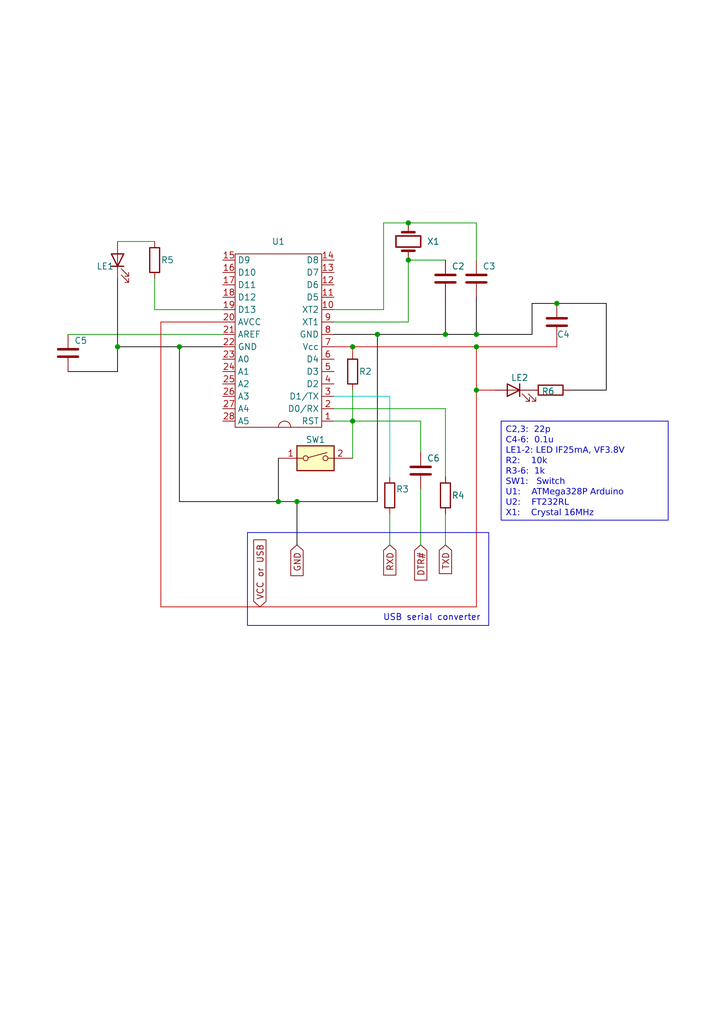
<source format=kicad_sch>
(kicad_sch (version 20231120) (generator "eeschema") (generator_version "8.0")
  (paper "A5" portrait)
  (lib_symbols
    (symbol "Device:C" (pin_numbers hide) (pin_names (offset 0.254))
      (property "Reference" "C" (at 0.635 2.54 0))
      (property "Value" "C" (at 0.635 -2.54 0))
      (symbol "C_0_1"
        (polyline (pts (xy -2.032 -0.762) (xy 2.032 -0.762)) (stroke (width 0.508)))
        (polyline (pts (xy -2.032 0.762) (xy 2.032 0.762)) (stroke (width 0.508)))
      )
      (symbol "C_1_1"
        (pin passive line (at 0 3.81 270) (length 2.794) (name "~") (number "1"))
        (pin passive line (at 0 -3.81 90) (length 2.794) (name "~") (number "2"))
      )
    )
    (symbol "Device:Crystal" (pin_numbers hide) (pin_names (offset 1.016) hide)
      (property "Reference" "Y" (at 0 3.81 0))
      (property "Value" "Crystal" (at 0 -3.81 0))
      (symbol "Crystal_0_1"
        (rectangle (start -1.143 2.54) (end 1.143 -2.54) (stroke (width 0.3048)))
        (polyline (pts (xy -2.54 0) (xy -1.905 0)))
        (polyline (pts (xy -1.905 -1.27) (xy -1.905 1.27)) (stroke (width 0.508)))
        (polyline (pts (xy 1.905 -1.27) (xy 1.905 1.27)) (stroke (width 0.508)))
        (polyline (pts (xy 2.54 0) (xy 1.905 0)))
      )
      (symbol "Crystal_1_1"
        (pin passive line (at -3.81 0 0) (length 1.27) (name "1") (number "1"))
        (pin passive line (at 3.81 0 180) (length 1.27) (name "2") (number "2"))
      )
    )
    (symbol "Device:LED" (pin_numbers hide) (pin_names (offset 1.016) hide)
      (property "Reference" "D" (at 0 2.54 0))
      (property "Value" "LED" (at 0 -2.54 0))
      (symbol "LED_0_1"
        (polyline (pts (xy -1.27 -1.27) (xy -1.27 1.27)) (stroke (width 0.254)))
        (polyline (pts (xy -1.27 0) (xy 1.27 0)))
        (polyline (pts (xy 1.27 -1.27) (xy 1.27 1.27) (xy -1.27 0) (xy 1.27 -1.27)) (stroke (width 0.254)))
        (polyline (pts (xy -3.048 -0.762) (xy -4.572 -2.286) (xy -3.81 -2.286) (xy -4.572 -2.286) (xy -4.572 -1.524)))
        (polyline (pts (xy -1.778 -0.762) (xy -3.302 -2.286) (xy -2.54 -2.286) (xy -3.302 -2.286) (xy -3.302 -1.524)))
      )
      (symbol "LED_1_1"
        (pin passive line (at -3.81 0 0) (length 2.54) (name "K") (number "1"))
        (pin passive line (at 3.81 0 180) (length 2.54) (name "A") (number "2"))
      )
    )
    (symbol "Device:R" (pin_numbers hide) (pin_names (offset 0))
      (property "Reference" "R" (at 2.032 0 90))
      (property "Value" "R" (at 0 0 90))
      (symbol "R_0_1"
        (rectangle (start -1.016 -2.54) (end 1.016 2.54) (stroke (width 0.254)))
      )
      (symbol "R_1_1"
        (pin passive line (at 0 3.81 270) (length 1.27) (name "~") (number "1"))
        (pin passive line (at 0 -3.81 90) (length 1.27) (name "~") (number "2"))
      )
    )
    (symbol "Ore:ATmega328U_Duino"
      (property "Reference" "ATmega328P_arduino" (at 0 0 0))
      (symbol "ATmega328U_Duino_0_1"
        (arc (start -17.7799 11.4299) (mid -16.8819 11.8019) (end -16.5099 12.6999))
        (rectangle (start -17.78 22.86) (end 17.78 5.08))
        (arc (start -16.5099 12.7001) (mid -16.8819 13.5981) (end -17.7799 13.9701))
      )
      (symbol "ATmega328U_Duino_1_1"
        (pin input line (at -16.51 2.54 90) (length 2.54) (name "RST") (number "1"))
        (pin input line (at 6.35 2.54 90) (length 2.54) (name "XT2") (number "10"))
        (pin output line (at 8.89 2.54 90) (length 2.54) (name "D5") (number "11"))
        (pin output line (at 11.43 2.54 90) (length 2.54) (name "D6") (number "12"))
        (pin output line (at 13.97 2.54 90) (length 2.54) (name "D7") (number "13"))
        (pin output line (at 16.51 2.54 90) (length 2.54) (name "D8") (number "14"))
        (pin output line (at 16.51 25.4 270) (length 2.54) (name "D9") (number "15"))
        (pin output line (at 13.97 25.4 270) (length 2.54) (name "D10") (number "16"))
        (pin unspecified line (at 11.43 25.4 270) (length 2.54) (name "D11") (number "17"))
        (pin unspecified line (at 8.89 25.4 270) (length 2.54) (name "D12") (number "18"))
        (pin unspecified line (at 6.35 25.4 270) (length 2.54) (name "D13") (number "19"))
        (pin output line (at -13.97 2.54 90) (length 2.54) (name "D0/RX") (number "2"))
        (pin unspecified line (at 3.81 25.4 270) (length 2.54) (name "AVCC") (number "20"))
        (pin unspecified line (at 1.27 25.4 270) (length 2.54) (name "AREF") (number "21"))
        (pin unspecified line (at -1.27 25.4 270) (length 2.54) (name "GND") (number "22"))
        (pin unspecified line (at -3.81 25.4 270) (length 2.54) (name "A0") (number "23"))
        (pin unspecified line (at -6.35 25.4 270) (length 2.54) (name "A1") (number "24"))
        (pin unspecified line (at -8.89 25.4 270) (length 2.54) (name "A2") (number "25"))
        (pin unspecified line (at -11.43 25.4 270) (length 2.54) (name "A3") (number "26"))
        (pin unspecified line (at -13.97 25.4 270) (length 2.54) (name "A4") (number "27"))
        (pin unspecified line (at -16.51 25.4 270) (length 2.54) (name "A5") (number "28"))
        (pin output line (at -11.43 2.54 90) (length 2.54) (name "D1/TX") (number "3"))
        (pin output line (at -8.89 2.54 90) (length 2.54) (name "D2") (number "4"))
        (pin output line (at -6.35 2.54 90) (length 2.54) (name "D3") (number "5"))
        (pin output line (at -3.81 2.54 90) (length 2.54) (name "D4") (number "6"))
        (pin power_in line (at -1.27 2.54 90) (length 2.54) (name "Vcc") (number "7"))
        (pin power_out line (at 1.27 2.54 90) (length 2.54) (name "GND") (number "8"))
        (pin input line (at 3.81 2.54 90) (length 2.54) (name "XT1") (number "9"))
      )
    )
    (symbol "Switch:SW_DIP_x01" (pin_names (offset 0) hide)
      (property "Reference" "SW" (at 0 3.81 0))
      (property "Value" "SW_DIP_x01" (at 0 -3.81 0))
      (symbol "SW_DIP_x01_0_0"
        (circle (center -2.032 0) (radius 0.508))
        (polyline (pts (xy -1.524 0.127) (xy 2.3622 1.1684)))
        (circle (center 2.032 0) (radius 0.508))
      )
      (symbol "SW_DIP_x01_0_1"
        (rectangle (start -3.81 2.54) (end 3.81 -2.54) (stroke (width 0.254)) (fill (type background)))
      )
      (symbol "SW_DIP_x01_1_1"
        (pin passive line (at -7.62 0 0) (length 5.08) (name "~") (number "1"))
        (pin passive line (at 7.62 0 180) (length 5.08) (name "~") (number "2"))
      )
    )
  )
  (junction (at 24.13 71.12))
  (junction (at 83.82 45.72))
  (junction (at 36.83 71.12))
  (junction (at 72.39 86.36))
  (junction (at 72.39 71.12))
  (junction (at 97.79 71.12))
  (junction (at 91.44 68.58))
  (junction (at 97.79 80.01))
  (junction (at 57.15 102.87))
  (junction (at 97.79 68.58))
  (junction (at 77.47 68.58))
  (junction (at 60.96 102.87))
  (junction (at 83.82 53.34))
  (junction (at 114.3 62.23))
  (wire (pts (xy 24.13 57.15) (xy 24.13 71.12)) (stroke (width 0) (color 0 0 0 1)))
  (wire (pts (xy 86.36 86.36) (xy 86.36 92.71)))
  (wire (pts (xy 97.79 53.34) (xy 97.79 45.72)))
  (wire (pts (xy 57.15 93.98) (xy 57.15 102.87)) (stroke (width 0) (color 0 0 0 1)))
  (wire (pts (xy 68.58 66.04) (xy 83.82 66.04)))
  (wire (pts (xy 68.58 81.28) (xy 80.01 81.28)) (stroke (width 0) (color 0 194 194 1)))
  (wire (pts (xy 80.01 97.79) (xy 80.01 81.28)) (stroke (width 0) (color 0 194 194 1)))
  (wire (pts (xy 91.44 68.58) (xy 97.79 68.58)) (stroke (width 0) (color 0 0 0 1)))
  (wire (pts (xy 109.22 62.23) (xy 114.3 62.23)) (stroke (width 0) (color 0 0 0 1)))
  (wire (pts (xy 24.13 49.53) (xy 31.75 49.53)))
  (wire (pts (xy 68.58 86.36) (xy 72.39 86.36)))
  (wire (pts (xy 33.02 66.04) (xy 45.72 66.04)) (stroke (width 0) (color 194 0 0 1)))
  (wire (pts (xy 72.39 86.36) (xy 86.36 86.36)))
  (wire (pts (xy 68.58 63.5) (xy 78.74 63.5)))
  (wire (pts (xy 72.39 71.12) (xy 97.79 71.12)) (stroke (width 0) (color 194 0 0 1)))
  (wire (pts (xy 114.3 69.85) (xy 114.3 71.12)) (stroke (width 0) (color 194 0 0 1)))
  (wire (pts (xy 109.22 68.58) (xy 109.22 62.23)) (stroke (width 0) (color 0 0 0 1)))
  (wire (pts (xy 24.13 71.12) (xy 36.83 71.12)) (stroke (width 0) (color 0 0 0 1)))
  (wire (pts (xy 77.47 68.58) (xy 91.44 68.58)) (stroke (width 0) (color 0 0 0 1)))
  (wire (pts (xy 31.75 63.5) (xy 31.75 57.15)))
  (wire (pts (xy 60.96 102.87) (xy 57.15 102.87)) (stroke (width 0) (color 0 0 0 1)))
  (wire (pts (xy 97.79 80.01) (xy 101.6 80.01)) (stroke (width 0) (color 194 0 0 1)))
  (wire (pts (xy 86.36 100.33) (xy 86.36 111.76)))
  (wire (pts (xy 68.58 83.82) (xy 91.44 83.82)))
  (wire (pts (xy 13.97 68.58) (xy 45.72 68.58)))
  (wire (pts (xy 124.46 62.23) (xy 114.3 62.23)) (stroke (width 0) (color 0 0 0 1)))
  (wire (pts (xy 68.58 71.12) (xy 72.39 71.12)) (stroke (width 0) (color 194 0 0 1)))
  (wire (pts (xy 80.01 111.76) (xy 80.01 105.41)))
  (wire (pts (xy 36.83 71.12) (xy 36.83 102.87)) (stroke (width 0) (color 0 0 0 1)))
  (wire (pts (xy 24.13 71.12) (xy 24.13 76.2)) (stroke (width 0) (color 0 0 0 1)))
  (wire (pts (xy 124.46 80.01) (xy 124.46 62.23)) (stroke (width 0) (color 0 0 0 1)))
  (wire (pts (xy 68.58 68.58) (xy 77.47 68.58)) (stroke (width 0) (color 0 0 0 1)))
  (wire (pts (xy 97.79 60.96) (xy 97.79 68.58)) (stroke (width 0) (color 0 0 0 1)))
  (wire (pts (xy 45.72 71.12) (xy 36.83 71.12)) (stroke (width 0) (color 0 0 0 1)))
  (wire (pts (xy 72.39 80.01) (xy 72.39 86.36)))
  (wire (pts (xy 97.79 80.01) (xy 97.79 124.46)) (stroke (width 0) (color 194 0 0 1)))
  (wire (pts (xy 91.44 60.96) (xy 91.44 68.58)) (stroke (width 0) (color 0 0 0 1)))
  (wire (pts (xy 60.96 102.87) (xy 60.96 111.76)) (stroke (width 0) (color 0 0 0 1)))
  (wire (pts (xy 77.47 102.87) (xy 77.47 68.58)) (stroke (width 0) (color 0 0 0 1)))
  (wire (pts (xy 60.96 102.87) (xy 77.47 102.87)) (stroke (width 0) (color 0 0 0 1)))
  (wire (pts (xy 97.79 71.12) (xy 97.79 80.01)) (stroke (width 0) (color 194 0 0 1)))
  (wire (pts (xy 33.02 124.46) (xy 33.02 66.04)) (stroke (width 0) (color 194 0 0 1)))
  (wire (pts (xy 33.02 124.46) (xy 97.79 124.46)) (stroke (width 0) (color 194 0 0 1)))
  (wire (pts (xy 97.79 68.58) (xy 109.22 68.58)) (stroke (width 0) (color 0 0 0 1)))
  (wire (pts (xy 45.72 63.5) (xy 31.75 63.5)))
  (wire (pts (xy 83.82 53.34) (xy 91.44 53.34)))
  (wire (pts (xy 78.74 63.5) (xy 78.74 45.72)))
  (wire (pts (xy 72.39 86.36) (xy 72.39 93.98)))
  (wire (pts (xy 83.82 53.34) (xy 83.82 66.04)))
  (wire (pts (xy 91.44 97.79) (xy 91.44 83.82)))
  (wire (pts (xy 116.84 80.01) (xy 124.46 80.01)) (stroke (width 0) (color 0 0 0 1)))
  (wire (pts (xy 36.83 102.87) (xy 57.15 102.87)) (stroke (width 0) (color 0 0 0 1)))
  (wire (pts (xy 72.39 71.12) (xy 72.39 72.39)) (stroke (width 0) (color 194 0 0 1)))
  (wire (pts (xy 83.82 45.72) (xy 97.79 45.72)))
  (wire (pts (xy 78.74 45.72) (xy 83.82 45.72)))
  (wire (pts (xy 91.44 111.76) (xy 91.44 105.41)))
  (wire (pts (xy 13.97 76.2) (xy 24.13 76.2)) (stroke (width 0) (color 0 0 0 1)))
  (wire (pts (xy 114.3 71.12) (xy 97.79 71.12)) (stroke (width 0) (color 194 0 0 1)))
  (rectangle (start 50.8 109.22) (end 100.33 128.27))
  (text_box "C2,3:  22p\nC4-6:  0.1u\nLE1-2: LED IF25mA, VF3.8V\nR2:    10k\nR3-6:  1k\nSW1:   Switch\nU1:    ATMega328P Arduino\nU2:    FT232RL\nX1:    Crystal 16MHz" (at 102.87 86.36 0) (size 34.29 20.32) (effects (font (size 1.27 1.27)) (justify left top)))
  (text "USB serial converter" (at 88.646 126.746 0) (effects (font (size 1.27 1.27))))
  (global_label "TXD" (shape input) (at 91.44 111.76 270) (property "Intersheetrefs" "${INTERSHEET_REFS}" (effects (hide yes))))
  (global_label "DTR#" (shape input) (at 86.36 111.76 270) (property "Intersheetrefs" "${INTERSHEET_REFS}" (effects (hide yes))))
  (global_label "GND" (shape input) (at 60.96 111.76 270) (property "Intersheetrefs" "${INTERSHEET_REFS}" (effects (hide yes))))
  (global_label "VCC or USB" (shape input) (at 53.34 124.46 90) (property "Intersheetrefs" "${INTERSHEET_REFS}" (effects (hide yes))))
  (global_label "RXD" (shape input) (at 80.01 111.76 270) (property "Intersheetrefs" "${INTERSHEET_REFS}" (effects (hide yes))))
  (symbol (lib_id "Device:C") (at 114.3 66.04 0) (unit 1)
    (property "Reference" "C4" (at 114.3 68.58 0) (effects (justify left)))
    (property "Value" "0.1u" (effects (hide yes)))
  )
  (symbol (lib_id "Device:R") (at 91.44 101.6 0) (unit 1)
    (property "Reference" "R4" (at 92.71 101.6 0) (effects (justify left)))
    (property "Value" "1k" (effects (hide yes)))
  )
  (symbol (lib_id "Device:R") (at 72.39 76.2 0) (unit 1)
    (property "Reference" "R2" (at 73.66 76.2 0) (effects (justify left)))
    (property "Value" "10k" (effects (hide yes)))
  )
  (symbol (lib_id "Device:C") (at 91.44 57.15 0) (unit 1)
    (property "Reference" "C2" (at 92.71 54.61 0) (effects (justify left)))
    (property "Value" "22p" (effects (hide yes)))
  )
  (symbol (lib_id "Device:R") (at 113.03 80.01 270) (unit 1)
    (property "Reference" "R6" (at 112.522 80.264 90))
    (property "Value" "1k" (effects (hide yes)))
    (property "Description" "Resistor" (effects (hide yes)))
  )
  (symbol (lib_id "Device:C") (at 86.36 96.52 0) (unit 1)
    (property "Reference" "C6" (at 87.63 93.98 0) (effects (justify left)))
    (property "Value" "0.1u" (effects (hide yes)))
  )
  (symbol (lib_id "Device:R") (at 80.01 101.6 0) (unit 1)
    (property "Reference" "R3" (at 81.28 100.33 0) (effects (justify left)))
    (property "Value" "1k" (effects (hide yes)))
  )
  (symbol (lib_id "Device:C") (at 13.97 72.39 0) (unit 1)
    (property "Reference" "C5" (at 15.24 69.85 0) (effects (justify left)))
    (property "Value" "0.1u" (effects (hide yes)))
  )
  (symbol (lib_id "Device:R") (at 31.75 53.34 0) (unit 1)
    (property "Reference" "R5" (at 33.02 53.34 0) (effects (justify left)))
    (property "Value" "1k" (effects (hide yes)))
  )
  (symbol (lib_id "Device:LED") (at 24.13 53.34 90) (unit 1)
    (property "Reference" "LE1" (at 21.59 54.61 90))
    (property "Value" "LED IF25mA, VF3.8V" (effects (hide yes)))
  )
  (symbol (lib_id "Device:C") (at 97.79 57.15 0) (unit 1)
    (property "Reference" "C3" (at 99.06 54.61 0) (effects (justify left)))
    (property "Value" "22p" (effects (hide yes)))
  )
  (symbol (lib_id "Ore:ATmega328U_Duino") (at 71.12 69.85 90) (unit 1)
    (property "Reference" "U1" (at 57.15 49.53 90))
    (property "Value" "ATMega328P Arduino" (effects (hide yes)))
  )
  (symbol (lib_id "Device:Crystal") (at 83.82 49.53 270) (unit 1)
    (property "Reference" "X1" (at 87.63 49.53 90) (effects (justify left)))
    (property "Value" "Crystal 16MHz" (effects (hide yes)))
  )
  (symbol (lib_id "Device:LED") (at 105.41 80.01 0) (mirror y) (unit 1)
    (property "Reference" "LE2" (at 106.68 77.47 0))
    (property "Value" "LED IF25mA, VF3.8V" (effects (hide yes)))
  )
  (symbol (lib_id "Switch:SW_DIP_x01") (at 64.77 93.98 0) (unit 1)
    (property "Reference" "SW1" (at 64.77 90.17 0))
    (property "Value" "SW_DIP_x01" (effects (hide yes)))
  )
)
</source>
